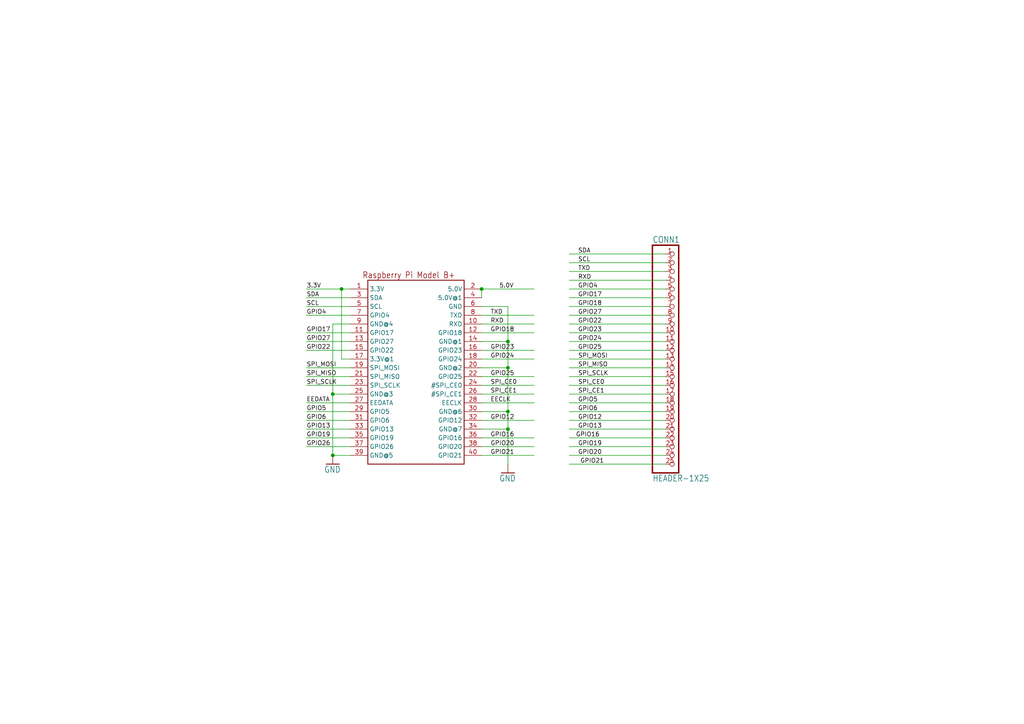
<source format=kicad_sch>
(kicad_sch (version 20211123) (generator eeschema)
  (paper "A4")
  (lib_symbols
    (symbol "eagleSchem-eagle-import:GND" (power)
      (property "Value" "GND" (at -2.54 -2.54 0))
      (symbol "GND_1_0"
        (polyline (pts (xy -1.905 0) (xy 1.905 0)) (stroke (width 0.254)))
        (pin power_in line (at 0 2.54 270) (length 2.54) (name "GND") (number "1"))
      )
    )
    (symbol "eagleSchem-eagle-import:HEADER-1X25"
      (property "Reference" "CONN" (at -3.81 33.655 0))
      (property "Value" "HEADER-1X25" (at -3.81 -35.56 0))
      (symbol "HEADER-1X25_1_0"
        (polyline (pts (xy -3.81 -33.02) (xy 3.81 -33.02)) (stroke (width 0.4064)))
        (polyline (pts (xy -3.81 33.02) (xy -3.81 -33.02)) (stroke (width 0.4064)))
        (polyline (pts (xy 3.81 -33.02) (xy 3.81 33.02)) (stroke (width 0.4064)))
        (polyline (pts (xy 3.81 33.02) (xy -3.81 33.02)) (stroke (width 0.4064)))
        (pin passive inverted (at 0 30.48 0) (length 2.54) (name "1") (number "1"))
        (pin passive inverted (at 0 7.62 0) (length 2.54) (name "10") (number "10"))
        (pin passive inverted (at 0 5.08 0) (length 2.54) (name "11") (number "11"))
        (pin passive inverted (at 0 2.54 0) (length 2.54) (name "12") (number "12"))
        (pin passive inverted (at 0 0 0) (length 2.54) (name "13") (number "13"))
        (pin passive inverted (at 0 -2.54 0) (length 2.54) (name "14") (number "14"))
        (pin passive inverted (at 0 -5.08 0) (length 2.54) (name "15") (number "15"))
        (pin passive inverted (at 0 -7.62 0) (length 2.54) (name "16") (number "16"))
        (pin passive inverted (at 0 -10.16 0) (length 2.54) (name "17") (number "17"))
        (pin passive inverted (at 0 -12.7 0) (length 2.54) (name "18") (number "18"))
        (pin passive inverted (at 0 -15.24 0) (length 2.54) (name "19") (number "19"))
        (pin passive inverted (at 0 27.94 0) (length 2.54) (name "2") (number "2"))
        (pin passive inverted (at 0 -17.78 0) (length 2.54) (name "20") (number "20"))
        (pin passive inverted (at 0 -20.32 0) (length 2.54) (name "21") (number "21"))
        (pin passive inverted (at 0 -22.86 0) (length 2.54) (name "22") (number "22"))
        (pin passive inverted (at 0 -25.4 0) (length 2.54) (name "23") (number "23"))
        (pin passive inverted (at 0 -27.94 0) (length 2.54) (name "24") (number "24"))
        (pin passive inverted (at 0 -30.48 0) (length 2.54) (name "25") (number "25"))
        (pin passive inverted (at 0 25.4 0) (length 2.54) (name "3") (number "3"))
        (pin passive inverted (at 0 22.86 0) (length 2.54) (name "4") (number "4"))
        (pin passive inverted (at 0 20.32 0) (length 2.54) (name "5") (number "5"))
        (pin passive inverted (at 0 17.78 0) (length 2.54) (name "6") (number "6"))
        (pin passive inverted (at 0 15.24 0) (length 2.54) (name "7") (number "7"))
        (pin passive inverted (at 0 12.7 0) (length 2.54) (name "8") (number "8"))
        (pin passive inverted (at 0 10.16 0) (length 2.54) (name "9") (number "9"))
      )
    )
    (symbol "eagleSchem-eagle-import:RASPBERRYPI_BPLUS_BONNETNODIM"
      (symbol "RASPBERRYPI_BPLUS_BONNETNODIM_1_0"
        (polyline (pts (xy -12.7 -30.48) (xy -12.7 22.86)) (stroke (width 0.254)))
        (polyline (pts (xy -12.7 22.86) (xy 15.24 22.86)) (stroke (width 0.254)))
        (polyline (pts (xy 15.24 -30.48) (xy -12.7 -30.48)) (stroke (width 0.254)))
        (polyline (pts (xy 15.24 22.86) (xy 15.24 -30.48)) (stroke (width 0.254)))
        (text "Raspberry Pi Model B+" (at 12.7 25.4 0) (effects (font (size 1.778 1.5113)) (justify right top)))
        (pin power_in line (at -17.78 20.32 0) (length 5.08) (name "3.3V") (number "1"))
        (pin bidirectional line (at 20.32 10.16 180) (length 5.08) (name "RXD") (number "10"))
        (pin bidirectional line (at -17.78 7.62 0) (length 5.08) (name "GPIO17") (number "11"))
        (pin bidirectional line (at 20.32 7.62 180) (length 5.08) (name "GPIO18") (number "12"))
        (pin bidirectional line (at -17.78 5.08 0) (length 5.08) (name "GPIO27") (number "13"))
        (pin power_in line (at 20.32 5.08 180) (length 5.08) (name "GND@1") (number "14"))
        (pin bidirectional line (at -17.78 2.54 0) (length 5.08) (name "GPIO22") (number "15"))
        (pin bidirectional line (at 20.32 2.54 180) (length 5.08) (name "GPIO23") (number "16"))
        (pin power_in line (at -17.78 0 0) (length 5.08) (name "3.3V@1") (number "17"))
        (pin bidirectional line (at 20.32 0 180) (length 5.08) (name "GPIO24") (number "18"))
        (pin bidirectional line (at -17.78 -2.54 0) (length 5.08) (name "SPI_MOSI") (number "19"))
        (pin power_in line (at 20.32 20.32 180) (length 5.08) (name "5.0V") (number "2"))
        (pin power_in line (at 20.32 -2.54 180) (length 5.08) (name "GND@2") (number "20"))
        (pin bidirectional line (at -17.78 -5.08 0) (length 5.08) (name "SPI_MISO") (number "21"))
        (pin bidirectional line (at 20.32 -5.08 180) (length 5.08) (name "GPIO25") (number "22"))
        (pin bidirectional line (at -17.78 -7.62 0) (length 5.08) (name "SPI_SCLK") (number "23"))
        (pin bidirectional line (at 20.32 -7.62 180) (length 5.08) (name "#SPI_CE0") (number "24"))
        (pin power_in line (at -17.78 -10.16 0) (length 5.08) (name "GND@3") (number "25"))
        (pin bidirectional line (at 20.32 -10.16 180) (length 5.08) (name "#SPI_CE1") (number "26"))
        (pin bidirectional line (at -17.78 -12.7 0) (length 5.08) (name "EEDATA") (number "27"))
        (pin bidirectional line (at 20.32 -12.7 180) (length 5.08) (name "EECLK") (number "28"))
        (pin bidirectional line (at -17.78 -15.24 0) (length 5.08) (name "GPIO5") (number "29"))
        (pin bidirectional line (at -17.78 17.78 0) (length 5.08) (name "SDA") (number "3"))
        (pin power_in line (at 20.32 -15.24 180) (length 5.08) (name "GND@6") (number "30"))
        (pin bidirectional line (at -17.78 -17.78 0) (length 5.08) (name "GPIO6") (number "31"))
        (pin bidirectional line (at 20.32 -17.78 180) (length 5.08) (name "GPIO12") (number "32"))
        (pin bidirectional line (at -17.78 -20.32 0) (length 5.08) (name "GPIO13") (number "33"))
        (pin power_in line (at 20.32 -20.32 180) (length 5.08) (name "GND@7") (number "34"))
        (pin bidirectional line (at -17.78 -22.86 0) (length 5.08) (name "GPIO19") (number "35"))
        (pin bidirectional line (at 20.32 -22.86 180) (length 5.08) (name "GPIO16") (number "36"))
        (pin bidirectional line (at -17.78 -25.4 0) (length 5.08) (name "GPIO26") (number "37"))
        (pin bidirectional line (at 20.32 -25.4 180) (length 5.08) (name "GPIO20") (number "38"))
        (pin power_in line (at -17.78 -27.94 0) (length 5.08) (name "GND@5") (number "39"))
        (pin power_in line (at 20.32 17.78 180) (length 5.08) (name "5.0V@1") (number "4"))
        (pin bidirectional line (at 20.32 -27.94 180) (length 5.08) (name "GPIO21") (number "40"))
        (pin bidirectional line (at -17.78 15.24 0) (length 5.08) (name "SCL") (number "5"))
        (pin power_in line (at 20.32 15.24 180) (length 5.08) (name "GND") (number "6"))
        (pin bidirectional line (at -17.78 12.7 0) (length 5.08) (name "GPIO4") (number "7"))
        (pin bidirectional line (at 20.32 12.7 180) (length 5.08) (name "TXD") (number "8"))
        (pin power_in line (at -17.78 10.16 0) (length 5.08) (name "GND@4") (number "9"))
      )
    )
  )
  (junction (at 147.32 99.06))
  (junction (at 99.06 83.82))
  (junction (at 147.32 106.68))
  (junction (at 147.32 119.38))
  (junction (at 147.32 124.46))
  (junction (at 139.7 83.82))
  (junction (at 96.52 132.08))
  (junction (at 96.52 114.3))
  (wire (pts (xy 193.04 132.08) (xy 165.1 132.08)))
  (wire (pts (xy 193.04 73.66) (xy 165.1 73.66)))
  (wire (pts (xy 165.1 86.36) (xy 193.04 86.36)))
  (wire (pts (xy 139.7 88.9) (xy 147.32 88.9)))
  (wire (pts (xy 139.7 132.08) (xy 154.94 132.08)))
  (wire (pts (xy 193.04 101.6) (xy 165.1 101.6)))
  (wire (pts (xy 88.9 129.54) (xy 101.6 129.54)))
  (wire (pts (xy 193.04 83.82) (xy 165.1 83.82)))
  (wire (pts (xy 139.7 119.38) (xy 147.32 119.38)))
  (wire (pts (xy 139.7 104.14) (xy 154.94 104.14)))
  (wire (pts (xy 165.1 81.28) (xy 193.04 81.28)))
  (wire (pts (xy 88.9 127) (xy 101.6 127)))
  (wire (pts (xy 165.1 129.54) (xy 193.04 129.54)))
  (wire (pts (xy 96.52 114.3) (xy 101.6 114.3)))
  (wire (pts (xy 193.04 91.44) (xy 165.1 91.44)))
  (wire (pts (xy 88.9 109.22) (xy 101.6 109.22)))
  (wire (pts (xy 193.04 78.74) (xy 165.1 78.74)))
  (wire (pts (xy 147.32 106.68) (xy 147.32 119.38)))
  (wire (pts (xy 88.9 106.68) (xy 101.6 106.68)))
  (wire (pts (xy 96.52 93.98) (xy 101.6 93.98)))
  (wire (pts (xy 101.6 83.82) (xy 99.06 83.82)))
  (wire (pts (xy 101.6 88.9) (xy 88.9 88.9)))
  (wire (pts (xy 139.7 101.6) (xy 154.94 101.6)))
  (wire (pts (xy 99.06 104.14) (xy 99.06 83.82)))
  (wire (pts (xy 101.6 101.6) (xy 88.9 101.6)))
  (wire (pts (xy 88.9 119.38) (xy 101.6 119.38)))
  (wire (pts (xy 165.1 114.3) (xy 193.04 114.3)))
  (wire (pts (xy 154.94 93.98) (xy 139.7 93.98)))
  (wire (pts (xy 88.9 121.92) (xy 101.6 121.92)))
  (wire (pts (xy 101.6 132.08) (xy 96.52 132.08)))
  (wire (pts (xy 165.1 93.98) (xy 193.04 93.98)))
  (wire (pts (xy 101.6 116.84) (xy 88.9 116.84)))
  (wire (pts (xy 139.7 111.76) (xy 154.94 111.76)))
  (wire (pts (xy 101.6 91.44) (xy 88.9 91.44)))
  (wire (pts (xy 139.7 114.3) (xy 154.94 114.3)))
  (wire (pts (xy 139.7 109.22) (xy 154.94 109.22)))
  (wire (pts (xy 147.32 99.06) (xy 147.32 106.68)))
  (wire (pts (xy 193.04 106.68) (xy 165.1 106.68)))
  (wire (pts (xy 193.04 121.92) (xy 165.1 121.92)))
  (wire (pts (xy 101.6 86.36) (xy 88.9 86.36)))
  (wire (pts (xy 147.32 88.9) (xy 147.32 99.06)))
  (wire (pts (xy 101.6 96.52) (xy 88.9 96.52)))
  (wire (pts (xy 165.1 119.38) (xy 193.04 119.38)))
  (wire (pts (xy 193.04 111.76) (xy 165.1 111.76)))
  (wire (pts (xy 139.7 106.68) (xy 147.32 106.68)))
  (wire (pts (xy 139.7 83.82) (xy 154.94 83.82)))
  (wire (pts (xy 99.06 83.82) (xy 88.9 83.82)))
  (wire (pts (xy 139.7 96.52) (xy 154.94 96.52)))
  (wire (pts (xy 139.7 91.44) (xy 154.94 91.44)))
  (wire (pts (xy 193.04 96.52) (xy 165.1 96.52)))
  (wire (pts (xy 96.52 114.3) (xy 96.52 93.98)))
  (wire (pts (xy 193.04 127) (xy 165.1 127)))
  (wire (pts (xy 147.32 119.38) (xy 147.32 124.46)))
  (wire (pts (xy 139.7 129.54) (xy 154.94 129.54)))
  (wire (pts (xy 165.1 99.06) (xy 193.04 99.06)))
  (wire (pts (xy 193.04 116.84) (xy 165.1 116.84)))
  (wire (pts (xy 139.7 127) (xy 154.94 127)))
  (wire (pts (xy 139.7 124.46) (xy 147.32 124.46)))
  (wire (pts (xy 139.7 121.92) (xy 154.94 121.92)))
  (wire (pts (xy 88.9 124.46) (xy 101.6 124.46)))
  (wire (pts (xy 165.1 134.62) (xy 193.04 134.62)))
  (wire (pts (xy 139.7 99.06) (xy 147.32 99.06)))
  (wire (pts (xy 139.7 86.36) (xy 139.7 83.82)))
  (wire (pts (xy 165.1 104.14) (xy 193.04 104.14)))
  (wire (pts (xy 139.7 116.84) (xy 154.94 116.84)))
  (wire (pts (xy 96.52 114.3) (xy 96.52 132.08)))
  (wire (pts (xy 147.32 124.46) (xy 147.32 134.62)))
  (wire (pts (xy 88.9 99.06) (xy 101.6 99.06)))
  (wire (pts (xy 165.1 76.2) (xy 193.04 76.2)))
  (wire (pts (xy 165.1 88.9) (xy 193.04 88.9)))
  (wire (pts (xy 165.1 124.46) (xy 193.04 124.46)))
  (wire (pts (xy 99.06 104.14) (xy 101.6 104.14)))
  (wire (pts (xy 165.1 109.22) (xy 193.04 109.22)))
  (wire (pts (xy 88.9 111.76) (xy 101.6 111.76)))
  (label "SCL" (at 167.64 76.2 0) (effects (font (size 1.2446 1.2446))))
  (label "GPIO21" (at 142.24 132.08 0) (effects (font (size 1.2446 1.2446))))
  (label "GPIO24" (at 167.64 99.06 0) (effects (font (size 1.2446 1.2446))))
  (label "SDA" (at 167.64 73.66 0) (effects (font (size 1.2446 1.2446))))
  (label "GPIO4" (at 88.9 91.44 0) (effects (font (size 1.2446 1.2446))))
  (label "SCL" (at 88.9 88.9 0) (effects (font (size 1.2446 1.2446))))
  (label "EEDATA" (at 88.9 116.84 0) (effects (font (size 1.2446 1.2446))))
  (label "SPI_MISO" (at 88.9 109.22 0) (effects (font (size 1.2446 1.2446))))
  (label "GPIO13" (at 167.64 124.46 0) (effects (font (size 1.2446 1.2446))))
  (label "5.0V" (at 144.78 83.82 0) (effects (font (size 1.2446 1.2446))))
  (label "GPIO5" (at 88.9 119.38 0) (effects (font (size 1.2446 1.2446))))
  (label "SPI_MOSI" (at 88.9 106.68 0) (effects (font (size 1.2446 1.2446))))
  (label "EECLK" (at 142.24 116.84 0) (effects (font (size 1.2446 1.2446))))
  (label "GPIO13" (at 88.9 124.46 0) (effects (font (size 1.2446 1.2446))))
  (label "GPIO18" (at 142.24 96.52 0) (effects (font (size 1.2446 1.2446))))
  (label "GPIO22" (at 88.9 101.6 0) (effects (font (size 1.2446 1.2446))))
  (label "GPIO27" (at 88.9 99.06 0) (effects (font (size 1.2446 1.2446))))
  (label "GPIO19" (at 88.9 127 0) (effects (font (size 1.2446 1.2446))))
  (label "GPIO26" (at 88.9 129.54 0) (effects (font (size 1.2446 1.2446))))
  (label "GPIO16" (at 142.24 127 0) (effects (font (size 1.2446 1.2446))))
  (label "GPIO23" (at 142.24 101.6 0) (effects (font (size 1.2446 1.2446))))
  (label "GPIO23" (at 167.64 96.52 0) (effects (font (size 1.2446 1.2446))))
  (label "GPIO25" (at 167.64 101.6 0) (effects (font (size 1.2446 1.2446))))
  (label "GPIO17" (at 167.64 86.36 0) (effects (font (size 1.2446 1.2446))))
  (label "GPIO19" (at 167.64 129.54 0) (effects (font (size 1.2446 1.2446))))
  (label "GPIO20" (at 167.64 132.08 0) (effects (font (size 1.2446 1.2446))))
  (label "RXD" (at 167.64 81.28 0) (effects (font (size 1.2446 1.2446))))
  (label "GPIO12" (at 142.24 121.92 0) (effects (font (size 1.2446 1.2446))))
  (label "GPIO12" (at 167.64 121.92 0) (effects (font (size 1.2446 1.2446))))
  (label "GPIO22" (at 167.64 93.98 0) (effects (font (size 1.2446 1.2446))))
  (label "GPIO20" (at 142.24 129.54 0) (effects (font (size 1.2446 1.2446))))
  (label "SPI_SCLK" (at 167.64 109.22 0) (effects (font (size 1.2446 1.2446))))
  (label "SPI_CE1" (at 167.64 114.3 0) (effects (font (size 1.2446 1.2446))))
  (label "TXD" (at 167.64 78.74 0) (effects (font (size 1.2446 1.2446))))
  (label "GPIO5" (at 167.64 116.84 0) (effects (font (size 1.2446 1.2446))))
  (label "GPIO21" (at 168.275 134.62 0) (effects (font (size 1.2446 1.2446))))
  (label "GPIO6" (at 167.64 119.38 0) (effects (font (size 1.2446 1.2446))))
  (label "SPI_CE1" (at 142.24 114.3 0) (effects (font (size 1.2446 1.2446))))
  (label "SDA" (at 88.9 86.36 0) (effects (font (size 1.2446 1.2446))))
  (label "GPIO4" (at 167.64 83.82 0) (effects (font (size 1.2446 1.2446))))
  (label "SPI_CE0" (at 142.24 111.76 0) (effects (font (size 1.2446 1.2446))))
  (label "GPIO6" (at 88.9 121.92 0) (effects (font (size 1.2446 1.2446))))
  (label "TXD" (at 142.24 91.44 0) (effects (font (size 1.2446 1.2446))))
  (label "SPI_MOSI" (at 167.64 104.14 0) (effects (font (size 1.2446 1.2446))))
  (label "GPIO25" (at 142.24 109.22 0) (effects (font (size 1.2446 1.2446))))
  (label "GPIO27" (at 167.64 91.44 0) (effects (font (size 1.2446 1.2446))))
  (label "3.3V" (at 88.9 83.82 0) (effects (font (size 1.2446 1.2446))))
  (label "GPIO16" (at 167.005 127 0) (effects (font (size 1.2446 1.2446))))
  (label "SPI_MISO" (at 167.64 106.68 0) (effects (font (size 1.2446 1.2446))))
  (label "SPI_SCLK" (at 88.9 111.76 0) (effects (font (size 1.2446 1.2446))))
  (label "GPIO18" (at 167.64 88.9 0) (effects (font (size 1.2446 1.2446))))
  (label "RXD" (at 142.24 93.98 0) (effects (font (size 1.2446 1.2446))))
  (label "GPIO24" (at 142.24 104.14 0) (effects (font (size 1.2446 1.2446))))
  (label "GPIO17" (at 88.9 96.52 0) (effects (font (size 1.2446 1.2446))))
  (label "SPI_CE0" (at 167.64 111.76 0) (effects (font (size 1.2446 1.2446))))
  (symbol (lib_id "eagleSchem-eagle-import:GND") (at 147.32 137.16 0) (unit 1)
    (property "Reference" "#GND2" (effects hide))
    (property "Value" "GND" (at 144.78 139.7 0) (effects (font (size 1.778 1.5113)) (justify left bottom)))
    (property "Footprint" "eagleSchem:" (effects hide))
  )
  (symbol (lib_id "eagleSchem-eagle-import:RASPBERRYPI_BPLUS_BONNETNODIM") (at 119.38 104.14 0) (unit 1)
    (property "Reference" "RPI1" (effects hide))
    (property "Value" "RASPBERRYPI_BPLUS_BONNETNODIM" (effects hide))
    (property "Footprint" "eagleSchem:PI_BONNET_NODIM" (effects hide))
  )
  (symbol (lib_id "eagleSchem-eagle-import:HEADER-1X25") (at 193.04 104.14 0) (unit 1)
    (property "Reference" "CONN1" (at 189.23 70.485 0) (effects (font (size 1.778 1.5113)) (justify left bottom)))
    (property "Value" "HEADER-1X25" (at 189.23 139.7 0) (effects (font (size 1.778 1.5113)) (justify left bottom)))
    (property "Footprint" "eagleSchem:1X25_ROUND_70MIL" (effects hide))
  )
  (symbol (lib_id "eagleSchem-eagle-import:GND") (at 96.52 134.62 0) (unit 1)
    (property "Reference" "#GND1" (effects hide))
    (property "Value" "GND" (at 93.98 137.16 0) (effects (font (size 1.778 1.5113)) (justify left bottom)))
    (property "Footprint" "eagleSchem:" (effects hide))
  )
)
</source>
